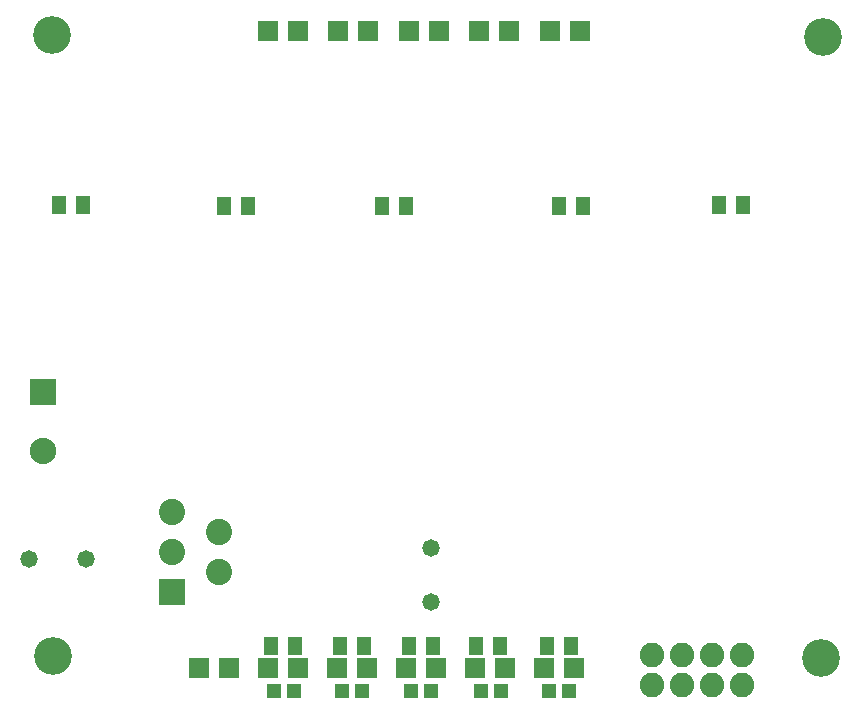
<source format=gbr>
G04 EAGLE Gerber RS-274X export*
G75*
%MOMM*%
%FSLAX34Y34*%
%LPD*%
%INSoldermask Bottom*%
%IPPOS*%
%AMOC8*
5,1,8,0,0,1.08239X$1,22.5*%
G01*
%ADD10R,1.727200X1.727200*%
%ADD11R,2.228200X2.228200*%
%ADD12C,2.228200*%
%ADD13C,3.203200*%
%ADD14R,1.303200X1.603200*%
%ADD15C,2.082800*%
%ADD16R,2.235200X2.235200*%
%ADD17C,2.235200*%
%ADD18R,1.303200X1.203200*%
%ADD19C,1.478200*%


D10*
X224790Y571500D03*
X250190Y571500D03*
X344170Y571500D03*
X369570Y571500D03*
X284480Y571500D03*
X309880Y571500D03*
X403860Y571500D03*
X429260Y571500D03*
X463550Y571500D03*
X488950Y571500D03*
D11*
X143510Y96520D03*
D12*
X183510Y113520D03*
X143510Y130520D03*
X183510Y147520D03*
X143510Y164520D03*
D13*
X43180Y41910D03*
X693420Y40640D03*
X41910Y567690D03*
X694690Y566420D03*
D14*
X68420Y424180D03*
X48420Y424180D03*
X341470Y422910D03*
X321470Y422910D03*
X208120Y422910D03*
X188120Y422910D03*
X491330Y422910D03*
X471330Y422910D03*
X627220Y424180D03*
X607220Y424180D03*
D15*
X549910Y17780D03*
X549910Y43180D03*
X575310Y17780D03*
X575310Y43180D03*
X600710Y17780D03*
X600710Y43180D03*
X626110Y17780D03*
X626110Y43180D03*
D16*
X34290Y265430D03*
D17*
X34290Y215430D03*
D10*
X483870Y31750D03*
X458470Y31750D03*
X425450Y31750D03*
X400050Y31750D03*
X367030Y31750D03*
X341630Y31750D03*
X308610Y31750D03*
X283210Y31750D03*
X250190Y31750D03*
X224790Y31750D03*
D14*
X481170Y50800D03*
X461170Y50800D03*
X421480Y50800D03*
X401480Y50800D03*
X364330Y50800D03*
X344330Y50800D03*
X305910Y50800D03*
X285910Y50800D03*
X247490Y50800D03*
X227490Y50800D03*
D18*
X479670Y12700D03*
X462670Y12700D03*
X422520Y12700D03*
X405520Y12700D03*
X362830Y12700D03*
X345830Y12700D03*
X304410Y12700D03*
X287410Y12700D03*
X247260Y12700D03*
X230260Y12700D03*
D10*
X191770Y31750D03*
X166370Y31750D03*
D19*
X22860Y124460D03*
X363220Y87630D03*
X71120Y124460D03*
X363220Y133350D03*
M02*

</source>
